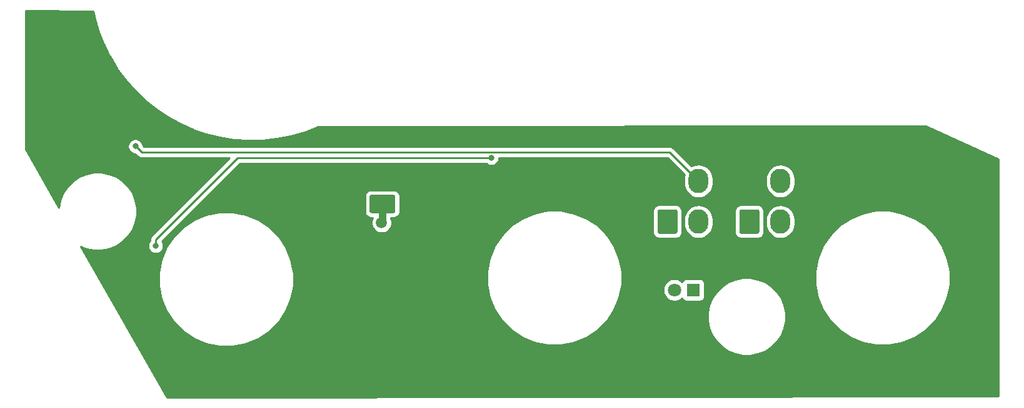
<source format=gbr>
G04 #@! TF.GenerationSoftware,KiCad,Pcbnew,(5.1.6)-1*
G04 #@! TF.CreationDate,2021-02-10T20:40:57+11:00*
G04 #@! TF.ProjectId,ELEC Panel Panel PCB V2,454c4543-2050-4616-9e65-6c2050616e65,rev?*
G04 #@! TF.SameCoordinates,Original*
G04 #@! TF.FileFunction,Copper,L2,Bot*
G04 #@! TF.FilePolarity,Positive*
%FSLAX46Y46*%
G04 Gerber Fmt 4.6, Leading zero omitted, Abs format (unit mm)*
G04 Created by KiCad (PCBNEW (5.1.6)-1) date 2021-02-10 20:40:57*
%MOMM*%
%LPD*%
G01*
G04 APERTURE LIST*
G04 #@! TA.AperFunction,ComponentPad*
%ADD10O,2.700000X3.300000*%
G04 #@! TD*
G04 #@! TA.AperFunction,ComponentPad*
%ADD11C,1.800000*%
G04 #@! TD*
G04 #@! TA.AperFunction,ComponentPad*
%ADD12R,1.800000X1.800000*%
G04 #@! TD*
G04 #@! TA.AperFunction,ViaPad*
%ADD13C,1.500000*%
G04 #@! TD*
G04 #@! TA.AperFunction,ViaPad*
%ADD14C,0.800000*%
G04 #@! TD*
G04 #@! TA.AperFunction,Conductor*
%ADD15C,1.000000*%
G04 #@! TD*
G04 #@! TA.AperFunction,Conductor*
%ADD16C,0.250000*%
G04 #@! TD*
G04 #@! TA.AperFunction,Conductor*
%ADD17C,0.254000*%
G04 #@! TD*
G04 APERTURE END LIST*
D10*
G04 #@! TO.P,J2,4*
G04 #@! TO.N,/DATAOUT*
X132870000Y-121680000D03*
G04 #@! TO.P,J2,3*
G04 #@! TO.N,/LEDGND*
X128670000Y-121680000D03*
G04 #@! TO.P,J2,2*
G04 #@! TO.N,/LED+5V*
X132870000Y-127180000D03*
G04 #@! TO.P,J2,1*
G04 #@! TA.AperFunction,ComponentPad*
G36*
G01*
X127320000Y-128579999D02*
X127320000Y-125780001D01*
G75*
G02*
X127570001Y-125530000I250001J0D01*
G01*
X129769999Y-125530000D01*
G75*
G02*
X130020000Y-125780001I0J-250001D01*
G01*
X130020000Y-128579999D01*
G75*
G02*
X129769999Y-128830000I-250001J0D01*
G01*
X127570001Y-128830000D01*
G75*
G02*
X127320000Y-128579999I0J250001D01*
G01*
G37*
G04 #@! TD.AperFunction*
G04 #@! TD*
G04 #@! TO.P,J1,4*
G04 #@! TO.N,/DATAIN*
X121780000Y-121680000D03*
G04 #@! TO.P,J1,3*
G04 #@! TO.N,/LEDGND*
X117580000Y-121680000D03*
G04 #@! TO.P,J1,2*
G04 #@! TO.N,/LED+5V*
X121780000Y-127180000D03*
G04 #@! TO.P,J1,1*
G04 #@! TA.AperFunction,ComponentPad*
G36*
G01*
X116230000Y-128579999D02*
X116230000Y-125780001D01*
G75*
G02*
X116480001Y-125530000I250001J0D01*
G01*
X118679999Y-125530000D01*
G75*
G02*
X118930000Y-125780001I0J-250001D01*
G01*
X118930000Y-128579999D01*
G75*
G02*
X118679999Y-128830000I-250001J0D01*
G01*
X116480001Y-128830000D01*
G75*
G02*
X116230000Y-128579999I0J250001D01*
G01*
G37*
G04 #@! TD.AperFunction*
G04 #@! TD*
D11*
G04 #@! TO.P,D1,2*
G04 #@! TO.N,/LED+5V*
X118510000Y-136460000D03*
D12*
G04 #@! TO.P,D1,1*
G04 #@! TO.N,Net-(D1-Pad1)*
X121050000Y-136460000D03*
G04 #@! TD*
G04 #@! TO.P,C1,2*
G04 #@! TO.N,/LEDGND*
G04 #@! TA.AperFunction,SMDPad,CuDef*
G36*
G01*
X83720000Y-125780000D02*
X83720000Y-123780000D01*
G75*
G02*
X83970000Y-123530000I250000J0D01*
G01*
X86970000Y-123530000D01*
G75*
G02*
X87220000Y-123780000I0J-250000D01*
G01*
X87220000Y-125780000D01*
G75*
G02*
X86970000Y-126030000I-250000J0D01*
G01*
X83970000Y-126030000D01*
G75*
G02*
X83720000Y-125780000I0J250000D01*
G01*
G37*
G04 #@! TD.AperFunction*
G04 #@! TO.P,C1,1*
G04 #@! TO.N,/LED+5V*
G04 #@! TA.AperFunction,SMDPad,CuDef*
G36*
G01*
X77220000Y-125780000D02*
X77220000Y-123780000D01*
G75*
G02*
X77470000Y-123530000I250000J0D01*
G01*
X80470000Y-123530000D01*
G75*
G02*
X80720000Y-123780000I0J-250000D01*
G01*
X80720000Y-125780000D01*
G75*
G02*
X80470000Y-126030000I-250000J0D01*
G01*
X77470000Y-126030000D01*
G75*
G02*
X77220000Y-125780000I0J250000D01*
G01*
G37*
G04 #@! TD.AperFunction*
G04 #@! TD*
D13*
G04 #@! TO.N,/LEDGND*
X137660000Y-129210000D03*
X151690000Y-147530000D03*
X160910000Y-137730000D03*
X156750000Y-126350000D03*
X156800000Y-120250000D03*
X146750000Y-121150000D03*
X87800000Y-139350000D03*
X112000000Y-147650000D03*
X114700000Y-139600000D03*
X107950000Y-126000000D03*
X111125000Y-119975000D03*
X97600000Y-123000000D03*
X63125000Y-147325000D03*
X73500000Y-136900000D03*
X63900000Y-126900000D03*
X67450000Y-121850000D03*
X58300000Y-121550000D03*
X40350000Y-116000000D03*
X40650000Y-109300000D03*
X39100000Y-103750000D03*
X49090000Y-139450000D03*
X138270000Y-140620000D03*
X93220000Y-140120000D03*
X103100000Y-149600000D03*
G04 #@! TO.N,/LED+5V*
X78862900Y-127333600D03*
D14*
G04 #@! TO.N,/DATAIN*
X45520000Y-116950000D03*
G04 #@! TO.N,Net-(D10-Pad2)*
X93720000Y-118510000D03*
X48280000Y-130480000D03*
G04 #@! TD*
D15*
G04 #@! TO.N,/LED+5V*
X78862900Y-127333600D02*
X78970000Y-127226500D01*
X78970000Y-127226500D02*
X78970000Y-124780000D01*
D16*
G04 #@! TO.N,/DATAIN*
X121780000Y-121680000D02*
X117880000Y-117780000D01*
X117880000Y-117780000D02*
X52620000Y-117780000D01*
X52620000Y-117780000D02*
X46590000Y-117780000D01*
X46590000Y-117780000D02*
X46360000Y-117780000D01*
X46360000Y-117780000D02*
X45520000Y-116950000D01*
X45520000Y-116950000D02*
X45510000Y-116930000D01*
G04 #@! TO.N,Net-(D10-Pad2)*
X48280000Y-129593764D02*
X48280000Y-130480000D01*
X59363764Y-118510000D02*
X48280000Y-129593764D01*
X61320000Y-118510000D02*
X59363764Y-118510000D01*
X93720000Y-118510000D02*
X61320000Y-118510000D01*
G04 #@! TD*
D17*
G04 #@! TO.N,/LEDGND*
G36*
X39798330Y-98597953D02*
G01*
X39952669Y-99330849D01*
X39959373Y-99356976D01*
X39965705Y-99383158D01*
X40479979Y-101165440D01*
X40479980Y-101165446D01*
X40500427Y-101226219D01*
X41168082Y-102956901D01*
X41193748Y-103015660D01*
X42009701Y-104681566D01*
X42040390Y-104737865D01*
X42998431Y-106326318D01*
X42998432Y-106326319D01*
X43033911Y-106379729D01*
X44126750Y-107878638D01*
X44166749Y-107928752D01*
X45386067Y-109326710D01*
X45411362Y-109353276D01*
X45430282Y-109373147D01*
X46766800Y-110659515D01*
X46814893Y-110701922D01*
X46814905Y-110701931D01*
X48258439Y-111866909D01*
X48258442Y-111866911D01*
X48271994Y-111876904D01*
X48310048Y-111904965D01*
X48310059Y-111904972D01*
X49849628Y-112939697D01*
X49849638Y-112939705D01*
X49904365Y-112973117D01*
X51528280Y-113869737D01*
X51585711Y-113898252D01*
X53281590Y-114649926D01*
X53299706Y-114657027D01*
X53341289Y-114673327D01*
X55096229Y-115274335D01*
X55157739Y-115292443D01*
X56958382Y-115738211D01*
X57008557Y-115748332D01*
X57021235Y-115750889D01*
X58853879Y-116038025D01*
X58917598Y-116045178D01*
X58917600Y-116045178D01*
X60768292Y-116171495D01*
X60832393Y-116173067D01*
X62687054Y-116137605D01*
X62687055Y-116137605D01*
X62751049Y-116133584D01*
X64595560Y-115936612D01*
X64658960Y-115927029D01*
X66479286Y-115570048D01*
X66526537Y-115558620D01*
X66541610Y-115554975D01*
X68323892Y-115040701D01*
X68323898Y-115040700D01*
X68384671Y-115020253D01*
X70115353Y-114352598D01*
X70174112Y-114326932D01*
X70175358Y-114326253D01*
X152561722Y-114172867D01*
X162382924Y-118661182D01*
X162407497Y-150852034D01*
X49811318Y-151028201D01*
X40139805Y-134080985D01*
X48683400Y-134080985D01*
X48683400Y-135878847D01*
X49034145Y-137642164D01*
X49722157Y-139303172D01*
X50720996Y-140798040D01*
X51992276Y-142069320D01*
X53487144Y-143068159D01*
X55148152Y-143756171D01*
X56911469Y-144106916D01*
X58709331Y-144106916D01*
X60472648Y-143756171D01*
X62133656Y-143068159D01*
X63628524Y-142069320D01*
X64899804Y-140798040D01*
X65898643Y-139303172D01*
X66586655Y-137642164D01*
X66937400Y-135878847D01*
X66937400Y-134080985D01*
X66901175Y-133898869D01*
X93133400Y-133898869D01*
X93133400Y-135696731D01*
X93484145Y-137460048D01*
X94172157Y-139121056D01*
X95170996Y-140615924D01*
X96442276Y-141887204D01*
X97937144Y-142886043D01*
X99598152Y-143574055D01*
X101361469Y-143924800D01*
X103159331Y-143924800D01*
X104922648Y-143574055D01*
X106583656Y-142886043D01*
X108078524Y-141887204D01*
X109349804Y-140615924D01*
X110062993Y-139548561D01*
X123018400Y-139548561D01*
X123018400Y-140588039D01*
X123221192Y-141607544D01*
X123618983Y-142567897D01*
X124196487Y-143432191D01*
X124931509Y-144167213D01*
X125795803Y-144744717D01*
X126756156Y-145142508D01*
X127775661Y-145345300D01*
X128815139Y-145345300D01*
X129834644Y-145142508D01*
X130794997Y-144744717D01*
X131659291Y-144167213D01*
X132394313Y-143432191D01*
X132971817Y-142567897D01*
X133369608Y-141607544D01*
X133572400Y-140588039D01*
X133572400Y-139548561D01*
X133369608Y-138529056D01*
X132971817Y-137568703D01*
X132394313Y-136704409D01*
X131659291Y-135969387D01*
X130794997Y-135391883D01*
X129834644Y-134994092D01*
X128815139Y-134791300D01*
X127775661Y-134791300D01*
X126756156Y-134994092D01*
X125795803Y-135391883D01*
X124931509Y-135969387D01*
X124196487Y-136704409D01*
X123618983Y-137568703D01*
X123221192Y-138529056D01*
X123018400Y-139548561D01*
X110062993Y-139548561D01*
X110348643Y-139121056D01*
X111036655Y-137460048D01*
X111265648Y-136308816D01*
X116975000Y-136308816D01*
X116975000Y-136611184D01*
X117033989Y-136907743D01*
X117149701Y-137187095D01*
X117317688Y-137438505D01*
X117531495Y-137652312D01*
X117782905Y-137820299D01*
X118062257Y-137936011D01*
X118358816Y-137995000D01*
X118661184Y-137995000D01*
X118957743Y-137936011D01*
X119237095Y-137820299D01*
X119488505Y-137652312D01*
X119554944Y-137585873D01*
X119560498Y-137604180D01*
X119619463Y-137714494D01*
X119698815Y-137811185D01*
X119795506Y-137890537D01*
X119905820Y-137949502D01*
X120025518Y-137985812D01*
X120150000Y-137998072D01*
X121950000Y-137998072D01*
X122074482Y-137985812D01*
X122194180Y-137949502D01*
X122304494Y-137890537D01*
X122401185Y-137811185D01*
X122480537Y-137714494D01*
X122539502Y-137604180D01*
X122575812Y-137484482D01*
X122588072Y-137360000D01*
X122588072Y-135560000D01*
X122575812Y-135435518D01*
X122539502Y-135315820D01*
X122480537Y-135205506D01*
X122401185Y-135108815D01*
X122304494Y-135029463D01*
X122194180Y-134970498D01*
X122074482Y-134934188D01*
X121950000Y-134921928D01*
X120150000Y-134921928D01*
X120025518Y-134934188D01*
X119905820Y-134970498D01*
X119795506Y-135029463D01*
X119698815Y-135108815D01*
X119619463Y-135205506D01*
X119560498Y-135315820D01*
X119554944Y-135334127D01*
X119488505Y-135267688D01*
X119237095Y-135099701D01*
X118957743Y-134983989D01*
X118661184Y-134925000D01*
X118358816Y-134925000D01*
X118062257Y-134983989D01*
X117782905Y-135099701D01*
X117531495Y-135267688D01*
X117317688Y-135481495D01*
X117149701Y-135732905D01*
X117033989Y-136012257D01*
X116975000Y-136308816D01*
X111265648Y-136308816D01*
X111387400Y-135696731D01*
X111387400Y-133898869D01*
X137583400Y-133898869D01*
X137583400Y-135696731D01*
X137934145Y-137460048D01*
X138622157Y-139121056D01*
X139620996Y-140615924D01*
X140892276Y-141887204D01*
X142387144Y-142886043D01*
X144048152Y-143574055D01*
X145811469Y-143924800D01*
X147609331Y-143924800D01*
X149372648Y-143574055D01*
X151033656Y-142886043D01*
X152528524Y-141887204D01*
X153799804Y-140615924D01*
X154798643Y-139121056D01*
X155486655Y-137460048D01*
X155837400Y-135696731D01*
X155837400Y-133898869D01*
X155486655Y-132135552D01*
X154798643Y-130474544D01*
X153799804Y-128979676D01*
X152528524Y-127708396D01*
X151033656Y-126709557D01*
X149372648Y-126021545D01*
X147609331Y-125670800D01*
X145811469Y-125670800D01*
X144048152Y-126021545D01*
X142387144Y-126709557D01*
X140892276Y-127708396D01*
X139620996Y-128979676D01*
X138622157Y-130474544D01*
X137934145Y-132135552D01*
X137583400Y-133898869D01*
X111387400Y-133898869D01*
X111036655Y-132135552D01*
X110348643Y-130474544D01*
X109349804Y-128979676D01*
X108078524Y-127708396D01*
X106583656Y-126709557D01*
X104922648Y-126021545D01*
X103708323Y-125780001D01*
X115591928Y-125780001D01*
X115591928Y-128579999D01*
X115608992Y-128753253D01*
X115659529Y-128919850D01*
X115741595Y-129073386D01*
X115852039Y-129207961D01*
X115986614Y-129318405D01*
X116140150Y-129400471D01*
X116306747Y-129451008D01*
X116480001Y-129468072D01*
X118679999Y-129468072D01*
X118853253Y-129451008D01*
X119019850Y-129400471D01*
X119173386Y-129318405D01*
X119307961Y-129207961D01*
X119418405Y-129073386D01*
X119500471Y-128919850D01*
X119551008Y-128753253D01*
X119568072Y-128579999D01*
X119568072Y-126782491D01*
X119795000Y-126782491D01*
X119795000Y-127577510D01*
X119823722Y-127869128D01*
X119937226Y-128243302D01*
X120121547Y-128588143D01*
X120369603Y-128890398D01*
X120671858Y-129138453D01*
X121016699Y-129322774D01*
X121390873Y-129436278D01*
X121780000Y-129474604D01*
X122169128Y-129436278D01*
X122543302Y-129322774D01*
X122888143Y-129138453D01*
X123190398Y-128890398D01*
X123438453Y-128588143D01*
X123622774Y-128243302D01*
X123736278Y-127869127D01*
X123765000Y-127577509D01*
X123765000Y-126782490D01*
X123736278Y-126490872D01*
X123622774Y-126116698D01*
X123442807Y-125780001D01*
X126681928Y-125780001D01*
X126681928Y-128579999D01*
X126698992Y-128753253D01*
X126749529Y-128919850D01*
X126831595Y-129073386D01*
X126942039Y-129207961D01*
X127076614Y-129318405D01*
X127230150Y-129400471D01*
X127396747Y-129451008D01*
X127570001Y-129468072D01*
X129769999Y-129468072D01*
X129943253Y-129451008D01*
X130109850Y-129400471D01*
X130263386Y-129318405D01*
X130397961Y-129207961D01*
X130508405Y-129073386D01*
X130590471Y-128919850D01*
X130641008Y-128753253D01*
X130658072Y-128579999D01*
X130658072Y-126782491D01*
X130885000Y-126782491D01*
X130885000Y-127577510D01*
X130913722Y-127869128D01*
X131027226Y-128243302D01*
X131211547Y-128588143D01*
X131459603Y-128890398D01*
X131761858Y-129138453D01*
X132106699Y-129322774D01*
X132480873Y-129436278D01*
X132870000Y-129474604D01*
X133259128Y-129436278D01*
X133633302Y-129322774D01*
X133978143Y-129138453D01*
X134280398Y-128890398D01*
X134528453Y-128588143D01*
X134712774Y-128243302D01*
X134826278Y-127869127D01*
X134855000Y-127577509D01*
X134855000Y-126782490D01*
X134826278Y-126490872D01*
X134712774Y-126116698D01*
X134528453Y-125771857D01*
X134280398Y-125469602D01*
X133978143Y-125221547D01*
X133633301Y-125037226D01*
X133259127Y-124923722D01*
X132870000Y-124885396D01*
X132480872Y-124923722D01*
X132106698Y-125037226D01*
X131761857Y-125221547D01*
X131459602Y-125469602D01*
X131211547Y-125771857D01*
X131027226Y-126116699D01*
X130913722Y-126490873D01*
X130885000Y-126782491D01*
X130658072Y-126782491D01*
X130658072Y-125780001D01*
X130641008Y-125606747D01*
X130590471Y-125440150D01*
X130508405Y-125286614D01*
X130397961Y-125152039D01*
X130263386Y-125041595D01*
X130109850Y-124959529D01*
X129943253Y-124908992D01*
X129769999Y-124891928D01*
X127570001Y-124891928D01*
X127396747Y-124908992D01*
X127230150Y-124959529D01*
X127076614Y-125041595D01*
X126942039Y-125152039D01*
X126831595Y-125286614D01*
X126749529Y-125440150D01*
X126698992Y-125606747D01*
X126681928Y-125780001D01*
X123442807Y-125780001D01*
X123438453Y-125771857D01*
X123190398Y-125469602D01*
X122888143Y-125221547D01*
X122543301Y-125037226D01*
X122169127Y-124923722D01*
X121780000Y-124885396D01*
X121390872Y-124923722D01*
X121016698Y-125037226D01*
X120671857Y-125221547D01*
X120369602Y-125469602D01*
X120121547Y-125771857D01*
X119937226Y-126116699D01*
X119823722Y-126490873D01*
X119795000Y-126782491D01*
X119568072Y-126782491D01*
X119568072Y-125780001D01*
X119551008Y-125606747D01*
X119500471Y-125440150D01*
X119418405Y-125286614D01*
X119307961Y-125152039D01*
X119173386Y-125041595D01*
X119019850Y-124959529D01*
X118853253Y-124908992D01*
X118679999Y-124891928D01*
X116480001Y-124891928D01*
X116306747Y-124908992D01*
X116140150Y-124959529D01*
X115986614Y-125041595D01*
X115852039Y-125152039D01*
X115741595Y-125286614D01*
X115659529Y-125440150D01*
X115608992Y-125606747D01*
X115591928Y-125780001D01*
X103708323Y-125780001D01*
X103159331Y-125670800D01*
X101361469Y-125670800D01*
X99598152Y-126021545D01*
X97937144Y-126709557D01*
X96442276Y-127708396D01*
X95170996Y-128979676D01*
X94172157Y-130474544D01*
X93484145Y-132135552D01*
X93133400Y-133898869D01*
X66901175Y-133898869D01*
X66586655Y-132317668D01*
X65898643Y-130656660D01*
X64899804Y-129161792D01*
X63628524Y-127890512D01*
X62133656Y-126891673D01*
X60472648Y-126203661D01*
X58709331Y-125852916D01*
X56911469Y-125852916D01*
X55148152Y-126203661D01*
X53487144Y-126891673D01*
X51992276Y-127890512D01*
X50720996Y-129161792D01*
X49722157Y-130656660D01*
X49034145Y-132317668D01*
X48683400Y-134080985D01*
X40139805Y-134080985D01*
X38121297Y-130543992D01*
X38872156Y-130855008D01*
X39891661Y-131057800D01*
X40931139Y-131057800D01*
X41950644Y-130855008D01*
X42910997Y-130457217D01*
X43775291Y-129879713D01*
X44510313Y-129144691D01*
X45087817Y-128280397D01*
X45485608Y-127320044D01*
X45688400Y-126300539D01*
X45688400Y-125261061D01*
X45485608Y-124241556D01*
X45087817Y-123281203D01*
X44510313Y-122416909D01*
X43775291Y-121681887D01*
X42910997Y-121104383D01*
X41950644Y-120706592D01*
X40931139Y-120503800D01*
X39891661Y-120503800D01*
X38872156Y-120706592D01*
X37911803Y-121104383D01*
X37047509Y-121681887D01*
X36312487Y-122416909D01*
X35734983Y-123281203D01*
X35337192Y-124241556D01*
X35134400Y-125261061D01*
X35134400Y-125310108D01*
X30606600Y-117376127D01*
X30606600Y-116848061D01*
X44485000Y-116848061D01*
X44485000Y-117051939D01*
X44524774Y-117251898D01*
X44602795Y-117440256D01*
X44716063Y-117609774D01*
X44860226Y-117753937D01*
X45029744Y-117867205D01*
X45218102Y-117945226D01*
X45418061Y-117985000D01*
X45486174Y-117985000D01*
X45797645Y-118292763D01*
X45819999Y-118320001D01*
X45850763Y-118345249D01*
X45852382Y-118346848D01*
X45879560Y-118368881D01*
X45935724Y-118414974D01*
X45937752Y-118416058D01*
X45939533Y-118417502D01*
X46003672Y-118451294D01*
X46067753Y-118485546D01*
X46069952Y-118486213D01*
X46071983Y-118487283D01*
X46141504Y-118507918D01*
X46211014Y-118529003D01*
X46213302Y-118529228D01*
X46215501Y-118529881D01*
X46287616Y-118536548D01*
X46322667Y-118540000D01*
X46324960Y-118540000D01*
X46364572Y-118543662D01*
X46399600Y-118540000D01*
X58258962Y-118540000D01*
X47769003Y-129029960D01*
X47739999Y-129053763D01*
X47684871Y-129120938D01*
X47645026Y-129169488D01*
X47624462Y-129207961D01*
X47574454Y-129301518D01*
X47530997Y-129444779D01*
X47520000Y-129556432D01*
X47520000Y-129556442D01*
X47516324Y-129593764D01*
X47520000Y-129631086D01*
X47520000Y-129776289D01*
X47476063Y-129820226D01*
X47362795Y-129989744D01*
X47284774Y-130178102D01*
X47245000Y-130378061D01*
X47245000Y-130581939D01*
X47284774Y-130781898D01*
X47362795Y-130970256D01*
X47476063Y-131139774D01*
X47620226Y-131283937D01*
X47789744Y-131397205D01*
X47978102Y-131475226D01*
X48178061Y-131515000D01*
X48381939Y-131515000D01*
X48581898Y-131475226D01*
X48770256Y-131397205D01*
X48939774Y-131283937D01*
X49083937Y-131139774D01*
X49197205Y-130970256D01*
X49275226Y-130781898D01*
X49315000Y-130581939D01*
X49315000Y-130378061D01*
X49275226Y-130178102D01*
X49197205Y-129989744D01*
X49101722Y-129846843D01*
X55168565Y-123780000D01*
X76581928Y-123780000D01*
X76581928Y-125780000D01*
X76598992Y-125953254D01*
X76649528Y-126119850D01*
X76731595Y-126273386D01*
X76842038Y-126407962D01*
X76976614Y-126518405D01*
X77130150Y-126600472D01*
X77296746Y-126651008D01*
X77470000Y-126668072D01*
X77641867Y-126668072D01*
X77635529Y-126677557D01*
X77531125Y-126929611D01*
X77477900Y-127197189D01*
X77477900Y-127470011D01*
X77531125Y-127737589D01*
X77635529Y-127989643D01*
X77787101Y-128216486D01*
X77980014Y-128409399D01*
X78206857Y-128560971D01*
X78458911Y-128665375D01*
X78726489Y-128718600D01*
X78999311Y-128718600D01*
X79266889Y-128665375D01*
X79518943Y-128560971D01*
X79745786Y-128409399D01*
X79938699Y-128216486D01*
X80090271Y-127989643D01*
X80194675Y-127737589D01*
X80247900Y-127470011D01*
X80247900Y-127197189D01*
X80194675Y-126929611D01*
X80105000Y-126713116D01*
X80105000Y-126668072D01*
X80470000Y-126668072D01*
X80643254Y-126651008D01*
X80809850Y-126600472D01*
X80963386Y-126518405D01*
X81097962Y-126407962D01*
X81208405Y-126273386D01*
X81290472Y-126119850D01*
X81341008Y-125953254D01*
X81358072Y-125780000D01*
X81358072Y-123780000D01*
X81341008Y-123606746D01*
X81290472Y-123440150D01*
X81208405Y-123286614D01*
X81097962Y-123152038D01*
X80963386Y-123041595D01*
X80809850Y-122959528D01*
X80643254Y-122908992D01*
X80470000Y-122891928D01*
X77470000Y-122891928D01*
X77296746Y-122908992D01*
X77130150Y-122959528D01*
X76976614Y-123041595D01*
X76842038Y-123152038D01*
X76731595Y-123286614D01*
X76649528Y-123440150D01*
X76598992Y-123606746D01*
X76581928Y-123780000D01*
X55168565Y-123780000D01*
X59678566Y-119270000D01*
X93016289Y-119270000D01*
X93060226Y-119313937D01*
X93229744Y-119427205D01*
X93418102Y-119505226D01*
X93618061Y-119545000D01*
X93821939Y-119545000D01*
X94021898Y-119505226D01*
X94210256Y-119427205D01*
X94379774Y-119313937D01*
X94523937Y-119169774D01*
X94637205Y-119000256D01*
X94715226Y-118811898D01*
X94755000Y-118611939D01*
X94755000Y-118540000D01*
X117565199Y-118540000D01*
X119868490Y-120843292D01*
X119823722Y-120990873D01*
X119795000Y-121282491D01*
X119795000Y-122077510D01*
X119823722Y-122369128D01*
X119937226Y-122743302D01*
X120121547Y-123088143D01*
X120369603Y-123390398D01*
X120671858Y-123638453D01*
X121016699Y-123822774D01*
X121390873Y-123936278D01*
X121780000Y-123974604D01*
X122169128Y-123936278D01*
X122543302Y-123822774D01*
X122888143Y-123638453D01*
X123190398Y-123390398D01*
X123438453Y-123088143D01*
X123622774Y-122743302D01*
X123736278Y-122369127D01*
X123765000Y-122077509D01*
X123765000Y-121282491D01*
X130885000Y-121282491D01*
X130885000Y-122077510D01*
X130913722Y-122369128D01*
X131027226Y-122743302D01*
X131211547Y-123088143D01*
X131459603Y-123390398D01*
X131761858Y-123638453D01*
X132106699Y-123822774D01*
X132480873Y-123936278D01*
X132870000Y-123974604D01*
X133259128Y-123936278D01*
X133633302Y-123822774D01*
X133978143Y-123638453D01*
X134280398Y-123390398D01*
X134528453Y-123088143D01*
X134712774Y-122743302D01*
X134826278Y-122369127D01*
X134855000Y-122077509D01*
X134855000Y-121282490D01*
X134826278Y-120990872D01*
X134712774Y-120616698D01*
X134528453Y-120271857D01*
X134280398Y-119969602D01*
X133978143Y-119721547D01*
X133633301Y-119537226D01*
X133259127Y-119423722D01*
X132870000Y-119385396D01*
X132480872Y-119423722D01*
X132106698Y-119537226D01*
X131761857Y-119721547D01*
X131459602Y-119969602D01*
X131211547Y-120271857D01*
X131027226Y-120616699D01*
X130913722Y-120990873D01*
X130885000Y-121282491D01*
X123765000Y-121282491D01*
X123765000Y-121282490D01*
X123736278Y-120990872D01*
X123622774Y-120616698D01*
X123438453Y-120271857D01*
X123190398Y-119969602D01*
X122888143Y-119721547D01*
X122543301Y-119537226D01*
X122169127Y-119423722D01*
X121780000Y-119385396D01*
X121390872Y-119423722D01*
X121016698Y-119537226D01*
X120818152Y-119643351D01*
X118443804Y-117269003D01*
X118420001Y-117239999D01*
X118304276Y-117145026D01*
X118172247Y-117074454D01*
X118028986Y-117030997D01*
X117917333Y-117020000D01*
X117917322Y-117020000D01*
X117880000Y-117016324D01*
X117842678Y-117020000D01*
X46672139Y-117020000D01*
X46555000Y-116904255D01*
X46555000Y-116848061D01*
X46515226Y-116648102D01*
X46437205Y-116459744D01*
X46323937Y-116290226D01*
X46179774Y-116146063D01*
X46010256Y-116032795D01*
X45821898Y-115954774D01*
X45621939Y-115915000D01*
X45418061Y-115915000D01*
X45218102Y-115954774D01*
X45029744Y-116032795D01*
X44860226Y-116146063D01*
X44716063Y-116290226D01*
X44602795Y-116459744D01*
X44524774Y-116648102D01*
X44485000Y-116848061D01*
X30606600Y-116848061D01*
X30606600Y-98531023D01*
X39798330Y-98597953D01*
G37*
X39798330Y-98597953D02*
X39952669Y-99330849D01*
X39959373Y-99356976D01*
X39965705Y-99383158D01*
X40479979Y-101165440D01*
X40479980Y-101165446D01*
X40500427Y-101226219D01*
X41168082Y-102956901D01*
X41193748Y-103015660D01*
X42009701Y-104681566D01*
X42040390Y-104737865D01*
X42998431Y-106326318D01*
X42998432Y-106326319D01*
X43033911Y-106379729D01*
X44126750Y-107878638D01*
X44166749Y-107928752D01*
X45386067Y-109326710D01*
X45411362Y-109353276D01*
X45430282Y-109373147D01*
X46766800Y-110659515D01*
X46814893Y-110701922D01*
X46814905Y-110701931D01*
X48258439Y-111866909D01*
X48258442Y-111866911D01*
X48271994Y-111876904D01*
X48310048Y-111904965D01*
X48310059Y-111904972D01*
X49849628Y-112939697D01*
X49849638Y-112939705D01*
X49904365Y-112973117D01*
X51528280Y-113869737D01*
X51585711Y-113898252D01*
X53281590Y-114649926D01*
X53299706Y-114657027D01*
X53341289Y-114673327D01*
X55096229Y-115274335D01*
X55157739Y-115292443D01*
X56958382Y-115738211D01*
X57008557Y-115748332D01*
X57021235Y-115750889D01*
X58853879Y-116038025D01*
X58917598Y-116045178D01*
X58917600Y-116045178D01*
X60768292Y-116171495D01*
X60832393Y-116173067D01*
X62687054Y-116137605D01*
X62687055Y-116137605D01*
X62751049Y-116133584D01*
X64595560Y-115936612D01*
X64658960Y-115927029D01*
X66479286Y-115570048D01*
X66526537Y-115558620D01*
X66541610Y-115554975D01*
X68323892Y-115040701D01*
X68323898Y-115040700D01*
X68384671Y-115020253D01*
X70115353Y-114352598D01*
X70174112Y-114326932D01*
X70175358Y-114326253D01*
X152561722Y-114172867D01*
X162382924Y-118661182D01*
X162407497Y-150852034D01*
X49811318Y-151028201D01*
X40139805Y-134080985D01*
X48683400Y-134080985D01*
X48683400Y-135878847D01*
X49034145Y-137642164D01*
X49722157Y-139303172D01*
X50720996Y-140798040D01*
X51992276Y-142069320D01*
X53487144Y-143068159D01*
X55148152Y-143756171D01*
X56911469Y-144106916D01*
X58709331Y-144106916D01*
X60472648Y-143756171D01*
X62133656Y-143068159D01*
X63628524Y-142069320D01*
X64899804Y-140798040D01*
X65898643Y-139303172D01*
X66586655Y-137642164D01*
X66937400Y-135878847D01*
X66937400Y-134080985D01*
X66901175Y-133898869D01*
X93133400Y-133898869D01*
X93133400Y-135696731D01*
X93484145Y-137460048D01*
X94172157Y-139121056D01*
X95170996Y-140615924D01*
X96442276Y-141887204D01*
X97937144Y-142886043D01*
X99598152Y-143574055D01*
X101361469Y-143924800D01*
X103159331Y-143924800D01*
X104922648Y-143574055D01*
X106583656Y-142886043D01*
X108078524Y-141887204D01*
X109349804Y-140615924D01*
X110062993Y-139548561D01*
X123018400Y-139548561D01*
X123018400Y-140588039D01*
X123221192Y-141607544D01*
X123618983Y-142567897D01*
X124196487Y-143432191D01*
X124931509Y-144167213D01*
X125795803Y-144744717D01*
X126756156Y-145142508D01*
X127775661Y-145345300D01*
X128815139Y-145345300D01*
X129834644Y-145142508D01*
X130794997Y-144744717D01*
X131659291Y-144167213D01*
X132394313Y-143432191D01*
X132971817Y-142567897D01*
X133369608Y-141607544D01*
X133572400Y-140588039D01*
X133572400Y-139548561D01*
X133369608Y-138529056D01*
X132971817Y-137568703D01*
X132394313Y-136704409D01*
X131659291Y-135969387D01*
X130794997Y-135391883D01*
X129834644Y-134994092D01*
X128815139Y-134791300D01*
X127775661Y-134791300D01*
X126756156Y-134994092D01*
X125795803Y-135391883D01*
X124931509Y-135969387D01*
X124196487Y-136704409D01*
X123618983Y-137568703D01*
X123221192Y-138529056D01*
X123018400Y-139548561D01*
X110062993Y-139548561D01*
X110348643Y-139121056D01*
X111036655Y-137460048D01*
X111265648Y-136308816D01*
X116975000Y-136308816D01*
X116975000Y-136611184D01*
X117033989Y-136907743D01*
X117149701Y-137187095D01*
X117317688Y-137438505D01*
X117531495Y-137652312D01*
X117782905Y-137820299D01*
X118062257Y-137936011D01*
X118358816Y-137995000D01*
X118661184Y-137995000D01*
X118957743Y-137936011D01*
X119237095Y-137820299D01*
X119488505Y-137652312D01*
X119554944Y-137585873D01*
X119560498Y-137604180D01*
X119619463Y-137714494D01*
X119698815Y-137811185D01*
X119795506Y-137890537D01*
X119905820Y-137949502D01*
X120025518Y-137985812D01*
X120150000Y-137998072D01*
X121950000Y-137998072D01*
X122074482Y-137985812D01*
X122194180Y-137949502D01*
X122304494Y-137890537D01*
X122401185Y-137811185D01*
X122480537Y-137714494D01*
X122539502Y-137604180D01*
X122575812Y-137484482D01*
X122588072Y-137360000D01*
X122588072Y-135560000D01*
X122575812Y-135435518D01*
X122539502Y-135315820D01*
X122480537Y-135205506D01*
X122401185Y-135108815D01*
X122304494Y-135029463D01*
X122194180Y-134970498D01*
X122074482Y-134934188D01*
X121950000Y-134921928D01*
X120150000Y-134921928D01*
X120025518Y-134934188D01*
X119905820Y-134970498D01*
X119795506Y-135029463D01*
X119698815Y-135108815D01*
X119619463Y-135205506D01*
X119560498Y-135315820D01*
X119554944Y-135334127D01*
X119488505Y-135267688D01*
X119237095Y-135099701D01*
X118957743Y-134983989D01*
X118661184Y-134925000D01*
X118358816Y-134925000D01*
X118062257Y-134983989D01*
X117782905Y-135099701D01*
X117531495Y-135267688D01*
X117317688Y-135481495D01*
X117149701Y-135732905D01*
X117033989Y-136012257D01*
X116975000Y-136308816D01*
X111265648Y-136308816D01*
X111387400Y-135696731D01*
X111387400Y-133898869D01*
X137583400Y-133898869D01*
X137583400Y-135696731D01*
X137934145Y-137460048D01*
X138622157Y-139121056D01*
X139620996Y-140615924D01*
X140892276Y-141887204D01*
X142387144Y-142886043D01*
X144048152Y-143574055D01*
X145811469Y-143924800D01*
X147609331Y-143924800D01*
X149372648Y-143574055D01*
X151033656Y-142886043D01*
X152528524Y-141887204D01*
X153799804Y-140615924D01*
X154798643Y-139121056D01*
X155486655Y-137460048D01*
X155837400Y-135696731D01*
X155837400Y-133898869D01*
X155486655Y-132135552D01*
X154798643Y-130474544D01*
X153799804Y-128979676D01*
X152528524Y-127708396D01*
X151033656Y-126709557D01*
X149372648Y-126021545D01*
X147609331Y-125670800D01*
X145811469Y-125670800D01*
X144048152Y-126021545D01*
X142387144Y-126709557D01*
X140892276Y-127708396D01*
X139620996Y-128979676D01*
X138622157Y-130474544D01*
X137934145Y-132135552D01*
X137583400Y-133898869D01*
X111387400Y-133898869D01*
X111036655Y-132135552D01*
X110348643Y-130474544D01*
X109349804Y-128979676D01*
X108078524Y-127708396D01*
X106583656Y-126709557D01*
X104922648Y-126021545D01*
X103708323Y-125780001D01*
X115591928Y-125780001D01*
X115591928Y-128579999D01*
X115608992Y-128753253D01*
X115659529Y-128919850D01*
X115741595Y-129073386D01*
X115852039Y-129207961D01*
X115986614Y-129318405D01*
X116140150Y-129400471D01*
X116306747Y-129451008D01*
X116480001Y-129468072D01*
X118679999Y-129468072D01*
X118853253Y-129451008D01*
X119019850Y-129400471D01*
X119173386Y-129318405D01*
X119307961Y-129207961D01*
X119418405Y-129073386D01*
X119500471Y-128919850D01*
X119551008Y-128753253D01*
X119568072Y-128579999D01*
X119568072Y-126782491D01*
X119795000Y-126782491D01*
X119795000Y-127577510D01*
X119823722Y-127869128D01*
X119937226Y-128243302D01*
X120121547Y-128588143D01*
X120369603Y-128890398D01*
X120671858Y-129138453D01*
X121016699Y-129322774D01*
X121390873Y-129436278D01*
X121780000Y-129474604D01*
X122169128Y-129436278D01*
X122543302Y-129322774D01*
X122888143Y-129138453D01*
X123190398Y-128890398D01*
X123438453Y-128588143D01*
X123622774Y-128243302D01*
X123736278Y-127869127D01*
X123765000Y-127577509D01*
X123765000Y-126782490D01*
X123736278Y-126490872D01*
X123622774Y-126116698D01*
X123442807Y-125780001D01*
X126681928Y-125780001D01*
X126681928Y-128579999D01*
X126698992Y-128753253D01*
X126749529Y-128919850D01*
X126831595Y-129073386D01*
X126942039Y-129207961D01*
X127076614Y-129318405D01*
X127230150Y-129400471D01*
X127396747Y-129451008D01*
X127570001Y-129468072D01*
X129769999Y-129468072D01*
X129943253Y-129451008D01*
X130109850Y-129400471D01*
X130263386Y-129318405D01*
X130397961Y-129207961D01*
X130508405Y-129073386D01*
X130590471Y-128919850D01*
X130641008Y-128753253D01*
X130658072Y-128579999D01*
X130658072Y-126782491D01*
X130885000Y-126782491D01*
X130885000Y-127577510D01*
X130913722Y-127869128D01*
X131027226Y-128243302D01*
X131211547Y-128588143D01*
X131459603Y-128890398D01*
X131761858Y-129138453D01*
X132106699Y-129322774D01*
X132480873Y-129436278D01*
X132870000Y-129474604D01*
X133259128Y-129436278D01*
X133633302Y-129322774D01*
X133978143Y-129138453D01*
X134280398Y-128890398D01*
X134528453Y-128588143D01*
X134712774Y-128243302D01*
X134826278Y-127869127D01*
X134855000Y-127577509D01*
X134855000Y-126782490D01*
X134826278Y-126490872D01*
X134712774Y-126116698D01*
X134528453Y-125771857D01*
X134280398Y-125469602D01*
X133978143Y-125221547D01*
X133633301Y-125037226D01*
X133259127Y-124923722D01*
X132870000Y-124885396D01*
X132480872Y-124923722D01*
X132106698Y-125037226D01*
X131761857Y-125221547D01*
X131459602Y-125469602D01*
X131211547Y-125771857D01*
X131027226Y-126116699D01*
X130913722Y-126490873D01*
X130885000Y-126782491D01*
X130658072Y-126782491D01*
X130658072Y-125780001D01*
X130641008Y-125606747D01*
X130590471Y-125440150D01*
X130508405Y-125286614D01*
X130397961Y-125152039D01*
X130263386Y-125041595D01*
X130109850Y-124959529D01*
X129943253Y-124908992D01*
X129769999Y-124891928D01*
X127570001Y-124891928D01*
X127396747Y-124908992D01*
X127230150Y-124959529D01*
X127076614Y-125041595D01*
X126942039Y-125152039D01*
X126831595Y-125286614D01*
X126749529Y-125440150D01*
X126698992Y-125606747D01*
X126681928Y-125780001D01*
X123442807Y-125780001D01*
X123438453Y-125771857D01*
X123190398Y-125469602D01*
X122888143Y-125221547D01*
X122543301Y-125037226D01*
X122169127Y-124923722D01*
X121780000Y-124885396D01*
X121390872Y-124923722D01*
X121016698Y-125037226D01*
X120671857Y-125221547D01*
X120369602Y-125469602D01*
X120121547Y-125771857D01*
X119937226Y-126116699D01*
X119823722Y-126490873D01*
X119795000Y-126782491D01*
X119568072Y-126782491D01*
X119568072Y-125780001D01*
X119551008Y-125606747D01*
X119500471Y-125440150D01*
X119418405Y-125286614D01*
X119307961Y-125152039D01*
X119173386Y-125041595D01*
X119019850Y-124959529D01*
X118853253Y-124908992D01*
X118679999Y-124891928D01*
X116480001Y-124891928D01*
X116306747Y-124908992D01*
X116140150Y-124959529D01*
X115986614Y-125041595D01*
X115852039Y-125152039D01*
X115741595Y-125286614D01*
X115659529Y-125440150D01*
X115608992Y-125606747D01*
X115591928Y-125780001D01*
X103708323Y-125780001D01*
X103159331Y-125670800D01*
X101361469Y-125670800D01*
X99598152Y-126021545D01*
X97937144Y-126709557D01*
X96442276Y-127708396D01*
X95170996Y-128979676D01*
X94172157Y-130474544D01*
X93484145Y-132135552D01*
X93133400Y-133898869D01*
X66901175Y-133898869D01*
X66586655Y-132317668D01*
X65898643Y-130656660D01*
X64899804Y-129161792D01*
X63628524Y-127890512D01*
X62133656Y-126891673D01*
X60472648Y-126203661D01*
X58709331Y-125852916D01*
X56911469Y-125852916D01*
X55148152Y-126203661D01*
X53487144Y-126891673D01*
X51992276Y-127890512D01*
X50720996Y-129161792D01*
X49722157Y-130656660D01*
X49034145Y-132317668D01*
X48683400Y-134080985D01*
X40139805Y-134080985D01*
X38121297Y-130543992D01*
X38872156Y-130855008D01*
X39891661Y-131057800D01*
X40931139Y-131057800D01*
X41950644Y-130855008D01*
X42910997Y-130457217D01*
X43775291Y-129879713D01*
X44510313Y-129144691D01*
X45087817Y-128280397D01*
X45485608Y-127320044D01*
X45688400Y-126300539D01*
X45688400Y-125261061D01*
X45485608Y-124241556D01*
X45087817Y-123281203D01*
X44510313Y-122416909D01*
X43775291Y-121681887D01*
X42910997Y-121104383D01*
X41950644Y-120706592D01*
X40931139Y-120503800D01*
X39891661Y-120503800D01*
X38872156Y-120706592D01*
X37911803Y-121104383D01*
X37047509Y-121681887D01*
X36312487Y-122416909D01*
X35734983Y-123281203D01*
X35337192Y-124241556D01*
X35134400Y-125261061D01*
X35134400Y-125310108D01*
X30606600Y-117376127D01*
X30606600Y-116848061D01*
X44485000Y-116848061D01*
X44485000Y-117051939D01*
X44524774Y-117251898D01*
X44602795Y-117440256D01*
X44716063Y-117609774D01*
X44860226Y-117753937D01*
X45029744Y-117867205D01*
X45218102Y-117945226D01*
X45418061Y-117985000D01*
X45486174Y-117985000D01*
X45797645Y-118292763D01*
X45819999Y-118320001D01*
X45850763Y-118345249D01*
X45852382Y-118346848D01*
X45879560Y-118368881D01*
X45935724Y-118414974D01*
X45937752Y-118416058D01*
X45939533Y-118417502D01*
X46003672Y-118451294D01*
X46067753Y-118485546D01*
X46069952Y-118486213D01*
X46071983Y-118487283D01*
X46141504Y-118507918D01*
X46211014Y-118529003D01*
X46213302Y-118529228D01*
X46215501Y-118529881D01*
X46287616Y-118536548D01*
X46322667Y-118540000D01*
X46324960Y-118540000D01*
X46364572Y-118543662D01*
X46399600Y-118540000D01*
X58258962Y-118540000D01*
X47769003Y-129029960D01*
X47739999Y-129053763D01*
X47684871Y-129120938D01*
X47645026Y-129169488D01*
X47624462Y-129207961D01*
X47574454Y-129301518D01*
X47530997Y-129444779D01*
X47520000Y-129556432D01*
X47520000Y-129556442D01*
X47516324Y-129593764D01*
X47520000Y-129631086D01*
X47520000Y-129776289D01*
X47476063Y-129820226D01*
X47362795Y-129989744D01*
X47284774Y-130178102D01*
X47245000Y-130378061D01*
X47245000Y-130581939D01*
X47284774Y-130781898D01*
X47362795Y-130970256D01*
X47476063Y-131139774D01*
X47620226Y-131283937D01*
X47789744Y-131397205D01*
X47978102Y-131475226D01*
X48178061Y-131515000D01*
X48381939Y-131515000D01*
X48581898Y-131475226D01*
X48770256Y-131397205D01*
X48939774Y-131283937D01*
X49083937Y-131139774D01*
X49197205Y-130970256D01*
X49275226Y-130781898D01*
X49315000Y-130581939D01*
X49315000Y-130378061D01*
X49275226Y-130178102D01*
X49197205Y-129989744D01*
X49101722Y-129846843D01*
X55168565Y-123780000D01*
X76581928Y-123780000D01*
X76581928Y-125780000D01*
X76598992Y-125953254D01*
X76649528Y-126119850D01*
X76731595Y-126273386D01*
X76842038Y-126407962D01*
X76976614Y-126518405D01*
X77130150Y-126600472D01*
X77296746Y-126651008D01*
X77470000Y-126668072D01*
X77641867Y-126668072D01*
X77635529Y-126677557D01*
X77531125Y-126929611D01*
X77477900Y-127197189D01*
X77477900Y-127470011D01*
X77531125Y-127737589D01*
X77635529Y-127989643D01*
X77787101Y-128216486D01*
X77980014Y-128409399D01*
X78206857Y-128560971D01*
X78458911Y-128665375D01*
X78726489Y-128718600D01*
X78999311Y-128718600D01*
X79266889Y-128665375D01*
X79518943Y-128560971D01*
X79745786Y-128409399D01*
X79938699Y-128216486D01*
X80090271Y-127989643D01*
X80194675Y-127737589D01*
X80247900Y-127470011D01*
X80247900Y-127197189D01*
X80194675Y-126929611D01*
X80105000Y-126713116D01*
X80105000Y-126668072D01*
X80470000Y-126668072D01*
X80643254Y-126651008D01*
X80809850Y-126600472D01*
X80963386Y-126518405D01*
X81097962Y-126407962D01*
X81208405Y-126273386D01*
X81290472Y-126119850D01*
X81341008Y-125953254D01*
X81358072Y-125780000D01*
X81358072Y-123780000D01*
X81341008Y-123606746D01*
X81290472Y-123440150D01*
X81208405Y-123286614D01*
X81097962Y-123152038D01*
X80963386Y-123041595D01*
X80809850Y-122959528D01*
X80643254Y-122908992D01*
X80470000Y-122891928D01*
X77470000Y-122891928D01*
X77296746Y-122908992D01*
X77130150Y-122959528D01*
X76976614Y-123041595D01*
X76842038Y-123152038D01*
X76731595Y-123286614D01*
X76649528Y-123440150D01*
X76598992Y-123606746D01*
X76581928Y-123780000D01*
X55168565Y-123780000D01*
X59678566Y-119270000D01*
X93016289Y-119270000D01*
X93060226Y-119313937D01*
X93229744Y-119427205D01*
X93418102Y-119505226D01*
X93618061Y-119545000D01*
X93821939Y-119545000D01*
X94021898Y-119505226D01*
X94210256Y-119427205D01*
X94379774Y-119313937D01*
X94523937Y-119169774D01*
X94637205Y-119000256D01*
X94715226Y-118811898D01*
X94755000Y-118611939D01*
X94755000Y-118540000D01*
X117565199Y-118540000D01*
X119868490Y-120843292D01*
X119823722Y-120990873D01*
X119795000Y-121282491D01*
X119795000Y-122077510D01*
X119823722Y-122369128D01*
X119937226Y-122743302D01*
X120121547Y-123088143D01*
X120369603Y-123390398D01*
X120671858Y-123638453D01*
X121016699Y-123822774D01*
X121390873Y-123936278D01*
X121780000Y-123974604D01*
X122169128Y-123936278D01*
X122543302Y-123822774D01*
X122888143Y-123638453D01*
X123190398Y-123390398D01*
X123438453Y-123088143D01*
X123622774Y-122743302D01*
X123736278Y-122369127D01*
X123765000Y-122077509D01*
X123765000Y-121282491D01*
X130885000Y-121282491D01*
X130885000Y-122077510D01*
X130913722Y-122369128D01*
X131027226Y-122743302D01*
X131211547Y-123088143D01*
X131459603Y-123390398D01*
X131761858Y-123638453D01*
X132106699Y-123822774D01*
X132480873Y-123936278D01*
X132870000Y-123974604D01*
X133259128Y-123936278D01*
X133633302Y-123822774D01*
X133978143Y-123638453D01*
X134280398Y-123390398D01*
X134528453Y-123088143D01*
X134712774Y-122743302D01*
X134826278Y-122369127D01*
X134855000Y-122077509D01*
X134855000Y-121282490D01*
X134826278Y-120990872D01*
X134712774Y-120616698D01*
X134528453Y-120271857D01*
X134280398Y-119969602D01*
X133978143Y-119721547D01*
X133633301Y-119537226D01*
X133259127Y-119423722D01*
X132870000Y-119385396D01*
X132480872Y-119423722D01*
X132106698Y-119537226D01*
X131761857Y-119721547D01*
X131459602Y-119969602D01*
X131211547Y-120271857D01*
X131027226Y-120616699D01*
X130913722Y-120990873D01*
X130885000Y-121282491D01*
X123765000Y-121282491D01*
X123765000Y-121282490D01*
X123736278Y-120990872D01*
X123622774Y-120616698D01*
X123438453Y-120271857D01*
X123190398Y-119969602D01*
X122888143Y-119721547D01*
X122543301Y-119537226D01*
X122169127Y-119423722D01*
X121780000Y-119385396D01*
X121390872Y-119423722D01*
X121016698Y-119537226D01*
X120818152Y-119643351D01*
X118443804Y-117269003D01*
X118420001Y-117239999D01*
X118304276Y-117145026D01*
X118172247Y-117074454D01*
X118028986Y-117030997D01*
X117917333Y-117020000D01*
X117917322Y-117020000D01*
X117880000Y-117016324D01*
X117842678Y-117020000D01*
X46672139Y-117020000D01*
X46555000Y-116904255D01*
X46555000Y-116848061D01*
X46515226Y-116648102D01*
X46437205Y-116459744D01*
X46323937Y-116290226D01*
X46179774Y-116146063D01*
X46010256Y-116032795D01*
X45821898Y-115954774D01*
X45621939Y-115915000D01*
X45418061Y-115915000D01*
X45218102Y-115954774D01*
X45029744Y-116032795D01*
X44860226Y-116146063D01*
X44716063Y-116290226D01*
X44602795Y-116459744D01*
X44524774Y-116648102D01*
X44485000Y-116848061D01*
X30606600Y-116848061D01*
X30606600Y-98531023D01*
X39798330Y-98597953D01*
G04 #@! TD*
M02*

</source>
